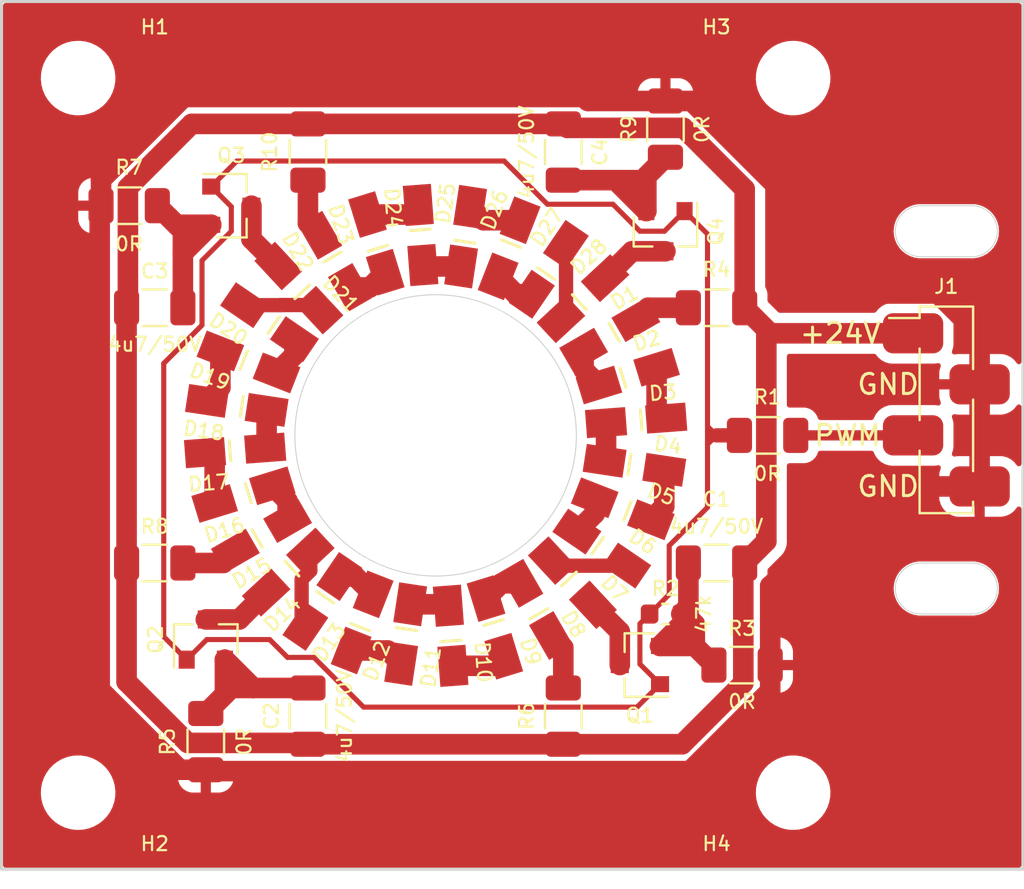
<source format=kicad_pcb>
(kicad_pcb (version 20221018) (generator pcbnew)
  (layers (0 "F.Cu" signal) (31 "B.Cu" signal) (34 "B.Paste" user) (35 "F.Paste" user) (36 "B.SilkS" user "B.Silkscreen") (37 "F.SilkS" user "F.Silkscreen") (38 "B.Mask" user) (39 "F.Mask" user) (44 "Edge.Cuts" user))
  (net 0 "")
  (net 1 "GND")
  (net 2 "+24V")
  (net 3 "Net-(C1-Pad2)")
  (net 4 "Net-(C2-Pad2)")
  (net 5 "Net-(C3-Pad2)")
  (net 6 "Net-(C4-Pad2)")
  (net 7 "Net-(D1-Pad1)")
  (net 8 "Net-(D1-Pad2)")
  (net 9 "Net-(D2-Pad1)")
  (net 10 "Net-(D3-Pad1)")
  (net 11 "Net-(D4-Pad1)")
  (net 12 "Net-(D5-Pad1)")
  (net 13 "Net-(D6-Pad1)")
  (net 14 "Net-(D7-Pad1)")
  (net 15 "Net-(D8-Pad1)")
  (net 16 "Net-(D10-Pad2)")
  (net 17 "Net-(D10-Pad1)")
  (net 18 "Net-(D11-Pad1)")
  (net 19 "Net-(D12-Pad1)")
  (net 20 "Net-(D13-Pad1)")
  (net 21 "Net-(D14-Pad1)")
  (net 22 "Net-(D15-Pad1)")
  (net 23 "Net-(D16-Pad1)")
  (net 24 "Net-(D17-Pad1)")
  (net 25 "Net-(D18-Pad1)")
  (net 26 "Net-(D19-Pad1)")
  (net 27 "Net-(D20-Pad1)")
  (net 28 "Net-(D21-Pad1)")
  (net 29 "Net-(D22-Pad1)")
  (net 30 "Net-(D23-Pad1)")
  (net 31 "Net-(D24-Pad1)")
  (net 32 "Net-(J1-Pad3)")
  (net 33 "Net-(Q1-Pad1)")
  (net 34 "Net-(D8-Pad2)")
  (net 35 "Net-(D15-Pad2)")
  (net 36 "Net-(D22-Pad2)")
  (net 37 "Net-(D25-Pad1)")
  (net 38 "Net-(D26-Pad1)")
  (net 39 "Net-(D27-Pad1)")
  (net 40 "Net-(D28-Pad1)")
  (footprint "Resistor_SMD:R_0603_1608Metric" (layer "F.Cu") (at 189.23 85.09)
    (fp_text reference "R2" (at 0 -1.27) (layer "F.SilkS") (effects (font (size 0.7 0.7) (thickness 0.11))))
    (fp_text value "47k" (at 1.905 0 270) (layer "F.SilkS") (effects (font (size 0.7 0.7) (thickness 0.11))))
    (fp_line (start -0.162779 -0.51) (end 0.162779 -0.51) (stroke (width 0.12)) (layer "F.SilkS"))
    (fp_line (start -0.162779 0.51) (end 0.162779 0.51) (stroke (width 0.12)) (layer "F.SilkS"))
    (pad "1" smd roundrect (at -0.7875 0) (size 0.875 0.95) (layers "F.Cu" "F.Paste" "F.Mask") (net 33 "Net-(Q1-Pad1)"))
    (pad "2" smd roundrect (at 0.7875 0) (size 0.875 0.95) (layers "F.Cu" "F.Paste" "F.Mask") (net 3 "Net-(C1-Pad2)"))
  )
  (footprint "Resistor_SMD:R_1206_3216Metric" (layer "F.Cu") (at 191.77 69.85 180)
    (fp_text reference "R4" (at 0 1.905) (layer "F.SilkS") (effects (font (size 0.7 0.7) (thickness 0.11))))
    (fp_text value "R")
    (fp_line (start -0.602064 -0.91) (end 0.602064 -0.91) (stroke (width 0.12)) (layer "F.SilkS"))
    (fp_line (start -0.602064 0.91) (end 0.602064 0.91) (stroke (width 0.12)) (layer "F.SilkS"))
    (pad "1" smd roundrect (at -1.4 0 180) (size 1.25 1.75) (layers "F.Cu" "F.Paste" "F.Mask") (roundrect_rratio 0.2) (net 2 "+24V"))
    (pad "2" smd roundrect (at 1.4 0 180) (size 1.25 1.75) (layers "F.Cu" "F.Paste" "F.Mask") (roundrect_rratio 0.2) (net 8 "Net-(D1-Pad2)"))
  )
  (footprint "Capacitor_SMD:C_1206_3216Metric" (layer "F.Cu") (at 171.45 90.17 90)
    (fp_text reference "C2" (at 0 -1.82 90) (layer "F.SilkS") (effects (font (size 0.7 0.7) (thickness 0.11))))
    (fp_text value "4u7/50V" (at 0 1.82 90) (layer "F.SilkS") (effects (font (size 0.7 0.7) (thickness 0.11))))
    (fp_line (start -0.602064 -0.91) (end 0.602064 -0.91) (stroke (width 0.12)) (layer "F.SilkS"))
    (fp_line (start -0.602064 0.91) (end 0.602064 0.91) (stroke (width 0.12)) (layer "F.SilkS"))
    (pad "1" smd roundrect (at -1.4 0 90) (size 1.25 1.75) (layers "F.Cu" "F.Paste" "F.Mask") (roundrect_rratio 0.2) (net 2 "+24V"))
    (pad "2" smd roundrect (at 1.4 0 90) (size 1.25 1.75) (layers "F.Cu" "F.Paste" "F.Mask") (roundrect_rratio 0.2) (net 4 "Net-(C2-Pad2)"))
  )
  (footprint "Capacitor_SMD:C_1206_3216Metric" (layer "F.Cu") (at 163.83 69.85)
    (fp_text reference "C3" (at 0 -1.82) (layer "F.SilkS") (effects (font (size 0.7 0.7) (thickness 0.11))))
    (fp_text value "4u7/50V" (at 0 1.82) (layer "F.SilkS") (effects (font (size 0.7 0.7) (thickness 0.11))))
    (fp_line (start -0.602064 -0.91) (end 0.602064 -0.91) (stroke (width 0.12)) (layer "F.SilkS"))
    (fp_line (start -0.602064 0.91) (end 0.602064 0.91) (stroke (width 0.12)) (layer "F.SilkS"))
    (pad "1" smd roundrect (at -1.4 0) (size 1.25 1.75) (layers "F.Cu" "F.Paste" "F.Mask") (roundrect_rratio 0.2) (net 2 "+24V"))
    (pad "2" smd roundrect (at 1.4 0) (size 1.25 1.75) (layers "F.Cu" "F.Paste" "F.Mask") (roundrect_rratio 0.2) (net 5 "Net-(C3-Pad2)"))
  )
  (footprint "Capacitor_SMD:C_1206_3216Metric" (layer "F.Cu") (at 184.15 62.1 -90)
    (fp_text reference "C4" (at 0 -1.82 90) (layer "F.SilkS") (effects (font (size 0.7 0.7) (thickness 0.11))))
    (fp_text value "4u7/50V" (at 0 1.82 90) (layer "F.SilkS") (effects (font (size 0.7 0.7) (thickness 0.11))))
    (fp_line (start -0.602064 -0.91) (end 0.602064 -0.91) (stroke (width 0.12)) (layer "F.SilkS"))
    (fp_line (start -0.602064 0.91) (end 0.602064 0.91) (stroke (width 0.12)) (layer "F.SilkS"))
    (pad "1" smd roundrect (at -1.4 0 270) (size 1.25 1.75) (layers "F.Cu" "F.Paste" "F.Mask") (roundrect_rratio 0.2) (net 2 "+24V"))
    (pad "2" smd roundrect (at 1.4 0 270) (size 1.25 1.75) (layers "F.Cu" "F.Paste" "F.Mask") (roundrect_rratio 0.2) (net 6 "Net-(C4-Pad2)"))
  )
  (footprint "MountingHole:MountingHole_3.2mm_M3" (layer "F.Cu") (at 160.02 93.98)
    (fp_text reference "H2" (at 3.81 2.54) (layer "F.SilkS") (effects (font (size 0.7 0.7) (thickness 0.11))))
    (fp_text value "3mm")
    (pad "" np_thru_hole circle (at 0 0) (size 3.2 3.2) (drill 3.2) (layers "*.Cu" "*.Mask"))
  )
  (footprint "MountingHole:MountingHole_3.2mm_M3" (layer "F.Cu") (at 195.58 58.42)
    (fp_text reference "H3" (at -3.81 -2.54) (layer "F.SilkS") (effects (font (size 0.7 0.7) (thickness 0.11))))
    (fp_text value "3mm")
    (pad "" np_thru_hole circle (at 0 0) (size 3.2 3.2) (drill 3.2) (layers "*.Cu" "*.Mask"))
  )
  (footprint "MountingHole:MountingHole_3.2mm_M3" (layer "F.Cu") (at 195.58 93.98)
    (fp_text reference "H4" (at -3.81 2.54) (layer "F.SilkS") (effects (font (size 0.7 0.7) (thickness 0.11))))
    (fp_text value "3mm")
    (pad "" np_thru_hole circle (at 0 0) (size 3.2 3.2) (drill 3.2) (layers "*.Cu" "*.Mask"))
  )
  (footprint "Package_TO_SOT_SMD:SOT-23" (layer "F.Cu") (at 166.37 86.36 90)
    (fp_text reference "Q2" (at 0 -2.5 90) (layer "F.SilkS") (effects (font (size 0.7 0.7) (thickness 0.11))))
    (fp_text value "IRLML6344")
    (fp_line (start 0.76 -1.58) (end -1.4 -1.58) (stroke (width 0.12)) (layer "F.SilkS"))
    (fp_line (start 0.76 -1.58) (end 0.76 -0.65) (stroke (width 0.12)) (layer "F.SilkS"))
    (fp_line (start 0.76 1.58) (end -0.7 1.58) (stroke (width 0.12)) (layer "F.SilkS"))
    (fp_line (start 0.76 1.58) (end 0.76 0.65) (stroke (width 0.12)) (layer "F.SilkS"))
    (pad "1" smd rect (at -1 -0.95 90) (size 0.9 0.8) (layers "F.Cu" "F.Paste" "F.Mask") (net 33 "Net-(Q1-Pad1)"))
    (pad "2" smd rect (at -1 0.95 90) (size 0.9 0.8) (layers "F.Cu" "F.Paste" "F.Mask") (net 4 "Net-(C2-Pad2)"))
    (pad "3" smd rect (at 1 0 90) (size 0.9 0.8) (layers "F.Cu" "F.Paste" "F.Mask") (net 21 "Net-(D14-Pad1)"))
  )
  (footprint "Package_TO_SOT_SMD:SOT-23" (layer "F.Cu") (at 167.64 64.77)
    (fp_text reference "Q3" (at 0 -2.5) (layer "F.SilkS") (effects (font (size 0.7 0.7) (thickness 0.11))))
    (fp_text value "IRLML6344")
    (fp_line (start 0.76 -1.58) (end -1.4 -1.58) (stroke (width 0.12)) (layer "F.SilkS"))
    (fp_line (start 0.76 -1.58) (end 0.76 -0.65) (stroke (width 0.12)) (layer "F.SilkS"))
    (fp_line (start 0.76 1.58) (end -0.7 1.58) (stroke (width 0.12)) (layer "F.SilkS"))
    (fp_line (start 0.76 1.58) (end 0.76 0.65) (stroke (width 0.12)) (layer "F.SilkS"))
    (pad "1" smd rect (at -1 -0.95) (size 0.9 0.8) (layers "F.Cu" "F.Paste" "F.Mask") (net 33 "Net-(Q1-Pad1)"))
    (pad "2" smd rect (at -1 0.95) (size 0.9 0.8) (layers "F.Cu" "F.Paste" "F.Mask") (net 5 "Net-(C3-Pad2)"))
    (pad "3" smd rect (at 1 0) (size 0.9 0.8) (layers "F.Cu" "F.Paste" "F.Mask") (net 28 "Net-(D21-Pad1)"))
  )
  (footprint "Resistor_SMD:R_1206_3216Metric" (layer "F.Cu") (at 193.04 87.63)
    (fp_text reference "R3" (at 0 -1.82) (layer "F.SilkS") (effects (font (size 0.7 0.7) (thickness 0.11))))
    (fp_text value "0R" (at 0 1.82) (layer "F.SilkS") (effects (font (size 0.7 0.7) (thickness 0.11))))
    (fp_line (start -0.602064 -0.91) (end 0.602064 -0.91) (stroke (width 0.12)) (layer "F.SilkS"))
    (fp_line (start -0.602064 0.91) (end 0.602064 0.91) (stroke (width 0.12)) (layer "F.SilkS"))
    (pad "1" smd roundrect (at -1.4 0) (size 1.25 1.75) (layers "F.Cu" "F.Paste" "F.Mask") (roundrect_rratio 0.2) (net 3 "Net-(C1-Pad2)"))
    (pad "2" smd roundrect (at 1.4 0) (size 1.25 1.75) (layers "F.Cu" "F.Paste" "F.Mask") (roundrect_rratio 0.2) (net 1 "GND"))
  )
  (footprint "Resistor_SMD:R_1206_3216Metric" (layer "F.Cu") (at 166.37 91.44 -90)
    (fp_text reference "R5" (at 0 1.905 90) (layer "F.SilkS") (effects (font (size 0.7 0.7) (thickness 0.11))))
    (fp_text value "0R" (at 0 -1.905 90) (layer "F.SilkS") (effects (font (size 0.7 0.7) (thickness 0.11))))
    (fp_line (start -0.602064 -0.91) (end 0.602064 -0.91) (stroke (width 0.12)) (layer "F.SilkS"))
    (fp_line (start -0.602064 0.91) (end 0.602064 0.91) (stroke (width 0.12)) (layer "F.SilkS"))
    (pad "1" smd roundrect (at -1.4 0 270) (size 1.25 1.75) (layers "F.Cu" "F.Paste" "F.Mask") (roundrect_rratio 0.2) (net 4 "Net-(C2-Pad2)"))
    (pad "2" smd roundrect (at 1.4 0 270) (size 1.25 1.75) (layers "F.Cu" "F.Paste" "F.Mask") (roundrect_rratio 0.2) (net 1 "GND"))
  )
  (footprint "Resistor_SMD:R_1206_3216Metric" (layer "F.Cu") (at 162.56 64.77 180)
    (fp_text reference "R7" (at 0 1.905) (layer "F.SilkS") (effects (font (size 0.7 0.7) (thickness 0.11))))
    (fp_text value "0R" (at 0 -1.905) (layer "F.SilkS") (effects (font (size 0.7 0.7) (thickness 0.11))))
    (fp_line (start -0.602064 -0.91) (end 0.602064 -0.91) (stroke (width 0.12)) (layer "F.SilkS"))
    (fp_line (start -0.602064 0.91) (end 0.602064 0.91) (stroke (width 0.12)) (layer "F.SilkS"))
    (pad "1" smd roundrect (at -1.4 0 180) (size 1.25 1.75) (layers "F.Cu" "F.Paste" "F.Mask") (roundrect_rratio 0.2) (net 5 "Net-(C3-Pad2)"))
    (pad "2" smd roundrect (at 1.4 0 180) (size 1.25 1.75) (layers "F.Cu" "F.Paste" "F.Mask") (roundrect_rratio 0.2) (net 1 "GND"))
  )
  (footprint "Resistor_SMD:R_1206_3216Metric" (layer "F.Cu") (at 189.23 60.96 90)
    (fp_text reference "R9" (at 0 -1.82 90) (layer "F.SilkS") (effects (font (size 0.7 0.7) (thickness 0.11))))
    (fp_text value "0R" (at 0 1.82 90) (layer "F.SilkS") (effects (font (size 0.7 0.7) (thickness 0.11))))
    (fp_line (start -0.602064 -0.91) (end 0.602064 -0.91) (stroke (width 0.12)) (layer "F.SilkS"))
    (fp_line (start -0.602064 0.91) (end 0.602064 0.91) (stroke (width 0.12)) (layer "F.SilkS"))
    (pad "1" smd roundrect (at -1.4 0 90) (size 1.25 1.75) (layers "F.Cu" "F.Paste" "F.Mask") (roundrect_rratio 0.2) (net 6 "Net-(C4-Pad2)"))
    (pad "2" smd roundrect (at 1.4 0 90) (size 1.25 1.75) (layers "F.Cu" "F.Paste" "F.Mask") (roundrect_rratio 0.2) (net 1 "GND"))
  )
  (footprint "Connector_PinHeader_2.54mm:PinHeader_1x04_P2.54mm_Vertical_SMD_Pin1Left" (layer "F.Cu") (at 203.2 74.93)
    (fp_text reference "J1" (at 0 -6.14) (layer "F.SilkS") (effects (font (size 0.7 0.7) (thickness 0.11))))
    (fp_text value "Conn_01x04")
    (fp_line (start -1.33 -5.14) (end -1.33 -4.57) (stroke (width 0.12)) (layer "F.SilkS"))
    (fp_line (start -1.33 -5.14) (end 1.33 -5.14) (stroke (width 0.12)) (layer "F.SilkS"))
    (fp_line (start -1.33 -4.57) (end -2.85 -4.57) (stroke (width 0.12)) (layer "F.SilkS"))
    (fp_line (start -1.33 -3.05) (end -1.33 0.51) (stroke (width 0.12)) (layer "F.SilkS"))
    (fp_line (start -1.33 2.03) (end -1.33 5.14) (stroke (width 0.12)) (layer "F.SilkS"))
    (fp_line (start -1.33 5.14) (end 1.33 5.14) (stroke (width 0.12)) (layer "F.SilkS"))
    (fp_line (start 1.33 -5.14) (end 1.33 -2.03) (stroke (width 0.12)) (layer "F.SilkS"))
    (fp_line (start 1.33 -0.51) (end 1.33 3.05) (stroke (width 0.12)) (layer "F.SilkS"))
    (fp_line (start 1.33 4.57) (end 1.33 5.14) (stroke (width 0.12)) (layer "F.SilkS"))
    (pad "1" smd roundrect (at -1.655 -3.81) (size 3 2) (layers "F.Cu" "F.Paste" "F.Mask") (net 2 "+24V"))
    (pad "2" smd roundrect (at 1.655 -1.27) (size 3 2) (layers "F.Cu" "F.Paste" "F.Mask") (net 1 "GND"))
    (pad "3" smd roundrect (at -1.655 1.27) (size 3 2) (layers "F.Cu" "F.Paste" "F.Mask") (net 32 "Net-(J1-Pad3)"))
    (pad "4" smd roundrect (at 1.655 3.81) (size 3 2) (layers "F.Cu" "F.Paste" "F.Mask") (net 1 "GND"))
  )
  (footprint "jakub:LED_Cree_PLCC2" (layer "F.Cu") (at 186.4603 71.2 30)
    (fp_text reference "D1" (at 1.567867 -1.240225 30) (layer "F.SilkS") (effects (font (size 0.7 0.7) (thickness 0.11))))
    (fp_text value "LED")
    (fp_line (start 0.254 -0.508) (end 0.254 0.508) (stroke (width 0.15)) (layer "F.SilkS"))
    (pad "1" smd rect (at -1.5 0 30) (size 2 1.4) (layers "F.Cu" "F.Paste" "F.Mask") (net 7 "Net-(D1-Pad1)"))
    (pad "2" smd rect (at 1.5 0 30) (size 2 1.4) (layers "F.Cu" "F.Paste" "F.Mask") (net 8 "Net-(D1-Pad2)"))
  )
  (footprint "jakub:LED_Cree_PLCC2" (layer "F.Cu") (at 187.3557 73.2524 -162.9)
    (fp_text reference "D2" (at -1.422035 1.409788 197.1) (layer "F.SilkS") (effects (font (size 0.7 0.7) (thickness 0.11))))
    (fp_text value "LED")
    (fp_line (start 0.254 -0.508) (end 0.254 0.508) (stroke (width 0.15)) (layer "F.SilkS"))
    (pad "1" smd rect (at -1.5 0 197.1) (size 2 1.4) (layers "F.Cu" "F.Paste" "F.Mask") (net 9 "Net-(D2-Pad1)"))
    (pad "2" smd rect (at 1.5 0 197.1) (size 2 1.4) (layers "F.Cu" "F.Paste" "F.Mask") (net 7 "Net-(D1-Pad1)"))
  )
  (footprint "jakub:LED_Cree_PLCC2" (layer "F.Cu") (at 187.772 75.4527 4.3)
    (fp_text reference "D3" (at 1.43 -1.27 4.3) (layer "F.SilkS") (effects (font (size 0.7 0.7) (thickness 0.11))))
    (fp_text value "LED")
    (fp_line (start 0.254 -0.508) (end 0.254 0.508) (stroke (width 0.15)) (layer "F.SilkS"))
    (pad "1" smd rect (at -1.5 0 4.3) (size 2 1.4) (layers "F.Cu" "F.Paste" "F.Mask") (net 10 "Net-(D3-Pad1)"))
    (pad "2" smd rect (at 1.5 0 4.3) (size 2 1.4) (layers "F.Cu" "F.Paste" "F.Mask") (net 9 "Net-(D2-Pad1)"))
  )
  (footprint "jakub:LED_Cree_PLCC2" (layer "F.Cu") (at 187.6883 77.6904 171.4)
    (fp_text reference "D4" (at -1.50067 1.240884 171.4) (layer "F.SilkS") (effects (font (size 0.7 0.7) (thickness 0.11))))
    (fp_text value "LED")
    (fp_line (start 0.254 -0.508) (end 0.254 0.508) (stroke (width 0.15)) (layer "F.SilkS"))
    (pad "1" smd rect (at -1.5 0 171.4) (size 2 1.4) (layers "F.Cu" "F.Paste" "F.Mask") (net 11 "Net-(D4-Pad1)"))
    (pad "2" smd rect (at 1.5 0 171.4) (size 2 1.4) (layers "F.Cu" "F.Paste" "F.Mask") (net 10 "Net-(D3-Pad1)"))
  )
  (footprint "jakub:LED_Cree_PLCC2" (layer "F.Cu") (at 187.1087 79.8534 -21.4)
    (fp_text reference "D5" (at 1.524719 -1.374509 158.6) (layer "F.SilkS") (effects (font (size 0.7 0.7) (thickness 0.11))))
    (fp_text value "LED")
    (fp_line (start 0.254 -0.508) (end 0.254 0.508) (stroke (width 0.15)) (layer "F.SilkS"))
    (pad "1" smd rect (at -1.5 0 338.6) (size 2 1.4) (layers "F.Cu" "F.Paste" "F.Mask") (net 12 "Net-(D5-Pad1)"))
    (pad "2" smd rect (at 1.5 0 338.6) (size 2 1.4) (layers "F.Cu" "F.Paste" "F.Mask") (net 11 "Net-(D4-Pad1)"))
  )
  (footprint "jakub:LED_Cree_PLCC2" (layer "F.Cu") (at 186.0624 81.8332 145.7)
    (fp_text reference "D6" (at -1.494753 1.43677 145.7) (layer "F.SilkS") (effects (font (size 0.7 0.7) (thickness 0.11))))
    (fp_text value "LED")
    (fp_line (start 0.254 -0.508) (end 0.254 0.508) (stroke (width 0.15)) (layer "F.SilkS"))
    (pad "1" smd rect (at -1.5 0 145.7) (size 2 1.4) (layers "F.Cu" "F.Paste" "F.Mask") (net 13 "Net-(D6-Pad1)"))
    (pad "2" smd rect (at 1.5 0 145.7) (size 2 1.4) (layers "F.Cu" "F.Paste" "F.Mask") (net 12 "Net-(D5-Pad1)"))
  )
  (footprint "jakub:LED_Cree_PLCC2" (layer "F.Cu") (at 182.8 84.8603 -60)
    (fp_text reference "D8" (at 1.567867 -1.240225 120) (layer "F.SilkS") (effects (font (size 0.7 0.7) (thickness 0.11))))
    (fp_text value "LED")
    (fp_line (start 0.254 -0.508) (end 0.254 0.508) (stroke (width 0.15)) (layer "F.SilkS"))
    (pad "1" smd rect (at -1.5 0 300) (size 2 1.4) (layers "F.Cu" "F.Paste" "F.Mask") (net 15 "Net-(D8-Pad1)"))
    (pad "2" smd rect (at 1.5 0 300) (size 2 1.4) (layers "F.Cu" "F.Paste" "F.Mask") (net 34 "Net-(D8-Pad2)"))
  )
  (footprint "jakub:LED_Cree_PLCC2" (layer "F.Cu") (at 180.7476 85.7557 107.1)
    (fp_text reference "D9" (at -1.66738 1.344048 107.1) (layer "F.SilkS") (effects (font (size 0.7 0.7) (thickness 0.11))))
    (fp_text value "LED")
    (fp_line (start 0.254 -0.508) (end 0.254 0.508) (stroke (width 0.15)) (layer "F.SilkS"))
    (pad "1" smd rect (at -1.5 0 107.1) (size 2 1.4) (layers "F.Cu" "F.Paste" "F.Mask") (net 16 "Net-(D10-Pad2)"))
    (pad "2" smd rect (at 1.5 0 107.1) (size 2 1.4) (layers "F.Cu" "F.Paste" "F.Mask") (net 15 "Net-(D8-Pad1)"))
  )
  (footprint "jakub:LED_Cree_PLCC2" (layer "F.Cu") (at 178.5473 86.172 -85.7)
    (fp_text reference "D10" (at 1.43 -1.524 274.3) (layer "F.SilkS") (effects (font (size 0.7 0.7) (thickness 0.11))))
    (fp_text value "LED")
    (fp_line (start 0.254 -0.508) (end 0.254 0.508) (stroke (width 0.15)) (layer "F.SilkS"))
    (pad "1" smd rect (at -1.5 0 274.3) (size 2 1.4) (layers "F.Cu" "F.Paste" "F.Mask") (net 17 "Net-(D10-Pad1)"))
    (pad "2" smd rect (at 1.5 0 274.3) (size 2 1.4) (layers "F.Cu" "F.Paste" "F.Mask") (net 16 "Net-(D10-Pad2)"))
  )
  (footprint "jakub:LED_Cree_PLCC2" (layer "F.Cu") (at 176.3096 86.0883 81.4)
    (fp_text reference "D11" (at -1.43493 1.486229 81.4) (layer "F.SilkS") (effects (font (size 0.7 0.7) (thickness 0.11))))
    (fp_text value "LED")
    (fp_line (start 0.254 -0.508) (end 0.254 0.508) (stroke (width 0.15)) (layer "F.SilkS"))
    (pad "1" smd rect (at -1.5 0 81.4) (size 2 1.4) (layers "F.Cu" "F.Paste" "F.Mask") (net 18 "Net-(D11-Pad1)"))
    (pad "2" smd rect (at 1.5 0 81.4) (size 2 1.4) (layers "F.Cu" "F.Paste" "F.Mask") (net 17 "Net-(D10-Pad1)"))
  )
  (footprint "jakub:LED_Cree_PLCC2" (layer "F.Cu") (at 174.1466 85.5087 -111.4)
    (fp_text reference "D12" (at 1.524719 -1.374509 68.6) (layer "F.SilkS") (effects (font (size 0.7 0.7) (thickness 0.11))))
    (fp_text value "LED")
    (fp_line (start 0.254 -0.508) (end 0.254 0.508) (stroke (width 0.15)) (layer "F.SilkS"))
    (pad "1" smd rect (at -1.5 0 248.6) (size 2 1.4) (layers "F.Cu" "F.Paste" "F.Mask") (net 19 "Net-(D12-Pad1)"))
    (pad "2" smd rect (at 1.5 0 248.6) (size 2 1.4) (layers "F.Cu" "F.Paste" "F.Mask") (net 18 "Net-(D11-Pad1)"))
  )
  (footprint "jakub:LED_Cree_PLCC2" (layer "F.Cu") (at 172.1668 84.4624 55.7)
    (fp_text reference "D13" (at -1.494682 1.436841 55.7) (layer "F.SilkS") (effects (font (size 0.7 0.7) (thickness 0.11))))
    (fp_text value "LED")
    (fp_line (start 0.254 -0.508) (end 0.254 0.508) (stroke (width 0.15)) (layer "F.SilkS"))
    (pad "1" smd rect (at -1.5 0 55.7) (size 2 1.4) (layers "F.Cu" "F.Paste" "F.Mask") (net 20 "Net-(D13-Pad1)"))
    (pad "2" smd rect (at 1.5 0 55.7) (size 2 1.4) (layers "F.Cu" "F.Paste" "F.Mask") (net 19 "Net-(D12-Pad1)"))
  )
  (footprint "jakub:LED_Cree_PLCC2" (layer "F.Cu") (at 169.1397 81.2 -150)
    (fp_text reference "D15" (at 1.347896 -1.367225 30) (layer "F.SilkS") (effects (font (size 0.7 0.7) (thickness 0.11))))
    (fp_text value "LED")
    (fp_line (start 0.254 -0.508) (end 0.254 0.508) (stroke (width 0.15)) (layer "F.SilkS"))
    (pad "1" smd rect (at -1.5 0 210) (size 2 1.4) (layers "F.Cu" "F.Paste" "F.Mask") (net 22 "Net-(D15-Pad1)"))
    (pad "2" smd rect (at 1.5 0 210) (size 2 1.4) (layers "F.Cu" "F.Paste" "F.Mask") (net 35 "Net-(D15-Pad2)"))
  )
  (footprint "jakub:LED_Cree_PLCC2" (layer "F.Cu") (at 168.2443 79.1476 17.1)
    (fp_text reference "D16" (at -1.422035 1.409788 17.1) (layer "F.SilkS") (effects (font (size 0.7 0.7) (thickness 0.11))))
    (fp_text value "LED")
    (fp_line (start 0.254 -0.508) (end 0.254 0.508) (stroke (width 0.15)) (layer "F.SilkS"))
    (pad "1" smd rect (at -1.5 0 17.1) (size 2 1.4) (layers "F.Cu" "F.Paste" "F.Mask") (net 23 "Net-(D16-Pad1)"))
    (pad "2" smd rect (at 1.5 0 17.1) (size 2 1.4) (layers "F.Cu" "F.Paste" "F.Mask") (net 22 "Net-(D15-Pad1)"))
  )
  (footprint "jakub:LED_Cree_PLCC2" (layer "F.Cu") (at 167.828 76.9473 -175.7)
    (fp_text reference "D17" (at 1.43 -1.524 4.3) (layer "F.SilkS") (effects (font (size 0.7 0.7) (thickness 0.11))))
    (fp_text value "LED")
    (fp_line (start 0.254 -0.508) (end 0.254 0.508) (stroke (width 0.15)) (layer "F.SilkS"))
    (pad "1" smd rect (at -1.5 0 184.3) (size 2 1.4) (layers "F.Cu" "F.Paste" "F.Mask") (net 24 "Net-(D17-Pad1)"))
    (pad "2" smd rect (at 1.5 0 184.3) (size 2 1.4) (layers "F.Cu" "F.Paste" "F.Mask") (net 23 "Net-(D16-Pad1)"))
  )
  (footprint "jakub:LED_Cree_PLCC2" (layer "F.Cu") (at 167.9117 74.7096 -8.6)
    (fp_text reference "D18" (at -1.43493 1.486229 171.4) (layer "F.SilkS") (effects (font (size 0.7 0.7) (thickness 0.11))))
    (fp_text value "LED")
    (fp_line (start 0.254 -0.508) (end 0.254 0.508) (stroke (width 0.15)) (layer "F.SilkS"))
    (pad "1" smd rect (at -1.5 0 351.4) (size 2 1.4) (layers "F.Cu" "F.Paste" "F.Mask") (net 25 "Net-(D18-Pad1)"))
    (pad "2" smd rect (at 1.5 0 351.4) (size 2 1.4) (layers "F.Cu" "F.Paste" "F.Mask") (net 24 "Net-(D17-Pad1)"))
  )
  (footprint "jakub:LED_Cree_PLCC2" (layer "F.Cu") (at 168.4913 72.5466 158.6)
    (fp_text reference "D19" (at 1.524719 -1.374509 158.6) (layer "F.SilkS") (effects (font (size 0.7 0.7) (thickness 0.11))))
    (fp_text value "LED")
    (fp_line (start 0.254 -0.508) (end 0.254 0.508) (stroke (width 0.15)) (layer "F.SilkS"))
    (pad "1" smd rect (at -1.5 0 158.6) (size 2 1.4) (layers "F.Cu" "F.Paste" "F.Mask") (net 26 "Net-(D19-Pad1)"))
    (pad "2" smd rect (at 1.5 0 158.6) (size 2 1.4) (layers "F.Cu" "F.Paste" "F.Mask") (net 25 "Net-(D18-Pad1)"))
  )
  (footprint "jakub:LED_Cree_PLCC2" (layer "F.Cu") (at 169.5376 70.5668 -34.3)
    (fp_text reference "D20" (at -1.494682 1.436841 145.7) (layer "F.SilkS") (effects (font (size 0.7 0.7) (thickness 0.11))))
    (fp_text value "LED")
    (fp_line (start 0.254 -0.508) (end 0.254 0.508) (stroke (width 0.15)) (layer "F.SilkS"))
    (pad "1" smd rect (at -1.5 0 325.7) (size 2 1.4) (layers "F.Cu" "F.Paste" "F.Mask") (net 27 "Net-(D20-Pad1)"))
    (pad "2" smd rect (at 1.5 0 325.7) (size 2 1.4) (layers "F.Cu" "F.Paste" "F.Mask") (net 26 "Net-(D19-Pad1)"))
  )
  (footprint "jakub:LED_Cree_PLCC2" (layer "F.Cu") (at 172.8 67.5397 120)
    (fp_text reference "D22" (at 1.347896 -1.367225 120) (layer "F.SilkS") (effects (font (size 0.7 0.7) (thickness 0.11))))
    (fp_text value "LED")
    (fp_line (start 0.254 -0.508) (end 0.254 0.508) (stroke (width 0.15)) (layer "F.SilkS"))
    (pad "1" smd rect (at -1.5 0 120) (size 2 1.4) (layers "F.Cu" "F.Paste" "F.Mask") (net 29 "Net-(D22-Pad1)"))
    (pad "2" smd rect (at 1.5 0 120) (size 2 1.4) (layers "F.Cu" "F.Paste" "F.Mask") (net 36 "Net-(D22-Pad2)"))
  )
  (footprint "jakub:LED_Cree_PLCC2" (layer "F.Cu") (at 174.8524 66.6443 -72.9)
    (fp_text reference "D23" (at -1.422035 1.409788 107.1) (layer "F.SilkS") (effects (font (size 0.7 0.7) (thickness 0.11))))
    (fp_text value "LED")
    (fp_line (start 0.254 -0.508) (end 0.254 0.508) (stroke (width 0.15)) (layer "F.SilkS"))
    (pad "1" smd rect (at -1.5 0 287.1) (size 2 1.4) (layers "F.Cu" "F.Paste" "F.Mask") (net 30 "Net-(D23-Pad1)"))
    (pad "2" smd rect (at 1.5 0 287.1) (size 2 1.4) (layers "F.Cu" "F.Paste" "F.Mask") (net 29 "Net-(D22-Pad1)"))
  )
  (footprint "jakub:LED_Cree_PLCC2" (layer "F.Cu") (at 177.0527 66.228 94.3)
    (fp_text reference "D24" (at 1.43 -1.27 94.3) (layer "F.SilkS") (effects (font (size 0.7 0.7) (thickness 0.11))))
    (fp_text value "LED")
    (fp_line (start 0.254 -0.508) (end 0.254 0.508) (stroke (width 0.15)) (layer "F.SilkS"))
    (pad "1" smd rect (at -1.5 0 94.3) (size 2 1.4) (layers "F.Cu" "F.Paste" "F.Mask") (net 31 "Net-(D24-Pad1)"))
    (pad "2" smd rect (at 1.5 0 94.3) (size 2 1.4) (layers "F.Cu" "F.Paste" "F.Mask") (net 30 "Net-(D23-Pad1)"))
  )
  (footprint "jakub:LED_Cree_PLCC2" (layer "F.Cu") (at 179.2904 66.3117 -98.6)
    (fp_text reference "D25" (at -1.50067 1.240884 81.4) (layer "F.SilkS") (effects (font (size 0.7 0.7) (thickness 0.11))))
    (fp_text value "LED")
    (fp_line (start 0.254 -0.508) (end 0.254 0.508) (stroke (width 0.15)) (layer "F.SilkS"))
    (pad "1" smd rect (at -1.5 0 261.4) (size 2 1.4) (layers "F.Cu" "F.Paste" "F.Mask") (net 37 "Net-(D25-Pad1)"))
    (pad "2" smd rect (at 1.5 0 261.4) (size 2 1.4) (layers "F.Cu" "F.Paste" "F.Mask") (net 31 "Net-(D24-Pad1)"))
  )
  (footprint "jakub:LED_Cree_PLCC2" (layer "F.Cu") (at 183.4332 67.9376 -124.3)
    (fp_text reference "D27" (at -1.674287 1.257236 55.7) (layer "F.SilkS") (effects (font (size 0.7 0.7) (thickness 0.11))))
    (fp_text value "LED")
    (fp_line (start 0.254 -0.508) (end 0.254 0.508) (stroke (width 0.15)) (layer "F.SilkS"))
    (pad "1" smd rect (at -1.5 0 235.7) (size 2 1.4) (layers "F.Cu" "F.Paste" "F.Mask") (net 39 "Net-(D27-Pad1)"))
    (pad "2" smd rect (at 1.5 0 235.7) (size 2 1.4) (layers "F.Cu" "F.Paste" "F.Mask") (net 38 "Net-(D26-Pad1)"))
  )
  (footprint "Resistor_SMD:R_1206_3216Metric" (layer "F.Cu") (at 171.45 62.1 -90)
    (fp_text reference "R10" (at 0 1.905 90) (layer "F.SilkS") (effects (font (size 0.7 0.7) (thickness 0.11))))
    (fp_text value "R")
    (fp_line (start -0.602064 -0.91) (end 0.602064 -0.91) (stroke (width 0.12)) (layer "F.SilkS"))
    (fp_line (start -0.602064 0.91) (end 0.602064 0.91) (stroke (width 0.12)) (layer "F.SilkS"))
    (pad "1" smd roundrect (at -1.4 0 270) (size 1.25 1.75) (layers "F.Cu" "F.Paste" "F.Mask") (roundrect_rratio 0.2) (net 2 "+24V"))
    (pad "2" smd roundrect (at 1.4 0 270) (size 1.25 1.75) (layers "F.Cu" "F.Paste" "F.Mask") (roundrect_rratio 0.2) (net 36 "Net-(D22-Pad2)"))
  )
  (footprint "Resistor_SMD:R_1206_3216Metric" (layer "F.Cu") (at 163.83 82.55)
    (fp_text reference "R8" (at 0 -1.82) (layer "F.SilkS") (effects (font (size 0.7 0.7) (thickness 0.11))))
    (fp_text value "R")
    (fp_line (start -0.602064 -0.91) (end 0.602064 -0.91) (stroke (width 0.12)) (layer "F.SilkS"))
    (fp_line (start -0.602064 0.91) (end 0.602064 0.91) (stroke (width 0.12)) (layer "F.SilkS"))
    (pad "1" smd roundrect (at -1.4 0) (size 1.25 1.75) (layers "F.Cu" "F.Paste" "F.Mask") (roundrect_rratio 0.2) (net 2 "+24V"))
    (pad "2" smd roundrect (at 1.4 0) (size 1.25 1.75) (layers "F.Cu" "F.Paste" "F.Mask") (roundrect_rratio 0.2) (net 35 "Net-(D15-Pad2)"))
  )
  (footprint "jakub:LED_Cree_PLCC2" (layer "F.Cu") (at 181.4534 66.8913 68.6)
    (fp_text reference "D26" (at 1.524719 -1.374509 68.6) (layer "F.SilkS") (effects (font (size 0.7 0.7) (thickness 0.11))))
    (fp_text value "LED")
    (fp_line (start 0.254 -0.508) (end 0.254 0.508) (stroke (width 0.15)) (layer "F.SilkS"))
    (pad "1" smd rect (at -1.5 0 68.6) (size 2 1.4) (layers "F.Cu" "F.Paste" "F.Mask") (net 38 "Net-(D26-Pad1)"))
    (pad "2" smd rect (at 1.5 0 68.6) (size 2 1.4) (layers "F.Cu" "F.Paste" "F.Mask") (net 37 "Net-(D25-Pad1)"))
  )
  (footprint "Package_TO_SOT_SMD:SOT-23" (layer "F.Cu") (at 187.96 87.63 180)
    (fp_text reference "Q1" (at 0 -2.5) (layer "F.SilkS") (effects (font (size 0.7 0.7) (thickness 0.11))))
    (fp_text value "IRLML6344")
    (fp_line (start 0.76 -1.58) (end -1.4 -1.58) (stroke (width 0.12)) (layer "F.SilkS"))
    (fp_line (start 0.76 -1.58) (end 0.76 -0.65) (stroke (width 0.12)) (layer "F.SilkS"))
    (fp_line (start 0.76 1.58) (end -0.7 1.58) (stroke (width 0.12)) (layer "F.SilkS"))
    (fp_line (start 0.76 1.58) (end 0.76 0.65) (stroke (width 0.12)) (layer "F.SilkS"))
    (pad "1" smd rect (at -1 -0.95 180) (size 0.9 0.8) (layers "F.Cu" "F.Paste" "F.Mask") (net 33 "Net-(Q1-Pad1)"))
    (pad "2" smd rect (at -1 0.95 180) (size 0.9 0.8) (layers "F.Cu" "F.Paste" "F.Mask") (net 3 "Net-(C1-Pad2)"))
    (pad "3" smd rect (at 1 0 180) (size 0.9 0.8) (layers "F.Cu" "F.Paste" "F.Mask") (net 14 "Net-(D7-Pad1)"))
  )
  (footprint "Capacitor_SMD:C_1206_3216Metric" (layer "F.Cu") (at 191.77 82.55 180)
    (fp_text reference "C1" (at 0 3.175) (layer "F.SilkS") (effects (font (size 0.7 0.7) (thickness 0.11))))
    (fp_text value "4u7/50V" (at 0 1.82) (layer "F.SilkS") (effects (font (size 0.7 0.7) (thickness 0.11))))
    (fp_line (start -0.602064 -0.91) (end 0.602064 -0.91) (stroke (width 0.12)) (layer "F.SilkS"))
    (fp_line (start -0.602064 0.91) (end 0.602064 0.91) (stroke (width 0.12)) (layer "F.SilkS"))
    (pad "1" smd roundrect (at -1.4 0 180) (size 1.25 1.75) (layers "F.Cu" "F.Paste" "F.Mask") (roundrect_rratio 0.2) (net 2 "+24V"))
    (pad "2" smd roundrect (at 1.4 0 180) (size 1.25 1.75) (layers "F.Cu" "F.Paste" "F.Mask") (roundrect_rratio 0.2) (net 3 "Net-(C1-Pad2)"))
  )
  (footprint "Package_TO_SOT_SMD:SOT-23" (layer "F.Cu") (at 189.23 66.04 -90)
    (fp_text reference "Q4" (at 0 -2.5 90) (layer "F.SilkS") (effects (font (size 0.7 0.7) (thickness 0.11))))
    (fp_text value "IRLML6344")
    (fp_line (start 0.76 -1.58) (end -1.4 -1.58) (stroke (width 0.12)) (layer "F.SilkS"))
    (fp_line (start 0.76 -1.58) (end 0.76 -0.65) (stroke (width 0.12)) (layer "F.SilkS"))
    (fp_line (start 0.76 1.58) (end -0.7 1.58) (stroke (width 0.12)) (layer "F.SilkS"))
    (fp_line (start 0.76 1.58) (end 0.76 0.65) (stroke (width 0.12)) (layer "F.SilkS"))
    (pad "1" smd rect (at -1 -0.95 270) (size 0.9 0.8) (layers "F.Cu" "F.Paste" "F.Mask") (net 33 "Net-(Q1-Pad1)"))
    (pad "2" smd rect (at -1 0.95 270) (size 0.9 0.8) (layers "F.Cu" "F.Paste" "F.Mask") (net 6 "Net-(C4-Pad2)"))
    (pad "3" smd rect (at 1 0 270) (size 0.9 0.8) (layers "F.Cu" "F.Paste" "F.Mask") (net 40 "Net-(D28-Pad1)"))
  )
  (footprint "Resistor_SMD:R_1206_3216Metric" (layer "F.Cu") (at 184.15 90.17 90)
    (fp_text reference "R6" (at 0 -1.82 90) (layer "F.SilkS") (effects (font (size 0.7 0.7) (thickness 0.11))))
    (fp_text value "R")
    (fp_line (start -0.602064 -0.91) (end 0.602064 -0.91) (stroke (width 0.12)) (layer "F.SilkS"))
    (fp_line (start -0.602064 0.91) (end 0.602064 0.91) (stroke (width 0.12)) (layer "F.SilkS"))
    (pad "1" smd roundrect (at -1.4 0 90) (size 1.25 1.75) (layers "F.Cu" "F.Paste" "F.Mask") (roundrect_rratio 0.2) (net 2 "+24V"))
    (pad "2" smd roundrect (at 1.4 0 90) (size 1.25 1.75) (layers "F.Cu" "F.Paste" "F.Mask") (roundrect_rratio 0.2) (net 34 "Net-(D8-Pad2)"))
  )
  (footprint "MountingHole:MountingHole_3.2mm_M3" (layer "F.Cu") (at 160.02 58.42)
    (fp_text reference "H1" (at 3.81 -2.54) (layer "F.SilkS") (effects (font (size 0.7 0.7) (thickness 0.11))))
    (fp_text value "3mm")
    (pad "" np_thru_hole circle (at 0 0) (size 3.2 3.2) (drill 3.2) (layers "*.Cu" "*.Mask"))
  )
  (footprint "Resistor_SMD:R_1206_3216Metric" (layer "F.Cu") (at 194.31 76.2 180)
    (fp_text reference "R1" (at 0 1.905) (layer "F.SilkS") (effects (font (size 0.7 0.7) (thickness 0.11))))
    (fp_text value "0R" (at 0 -1.905) (layer "F.SilkS") (effects (font (size 0.7 0.7) (thickness 0.11))))
    (fp_line (start -0.602064 -0.91) (end 0.602064 -0.91) (stroke (width 0.12)) (layer "F.SilkS"))
    (fp_line (start -0.602064 0.91) (end 0.602064 0.91) (stroke (width 0.12)) (layer "F.SilkS"))
    (pad "1" smd roundrect (at -1.4 0 180) (size 1.25 1.75) (layers "F.Cu" "F.Paste" "F.Mask") (roundrect_rratio 0.2) (net 32 "Net-(J1-Pad3)"))
    (pad "2" smd roundrect (at 1.4 0 180) (size 1.25 1.75) (layers "F.Cu" "F.Paste" "F.Mask") (roundrect_rratio 0.2) (net 33 "Net-(Q1-Pad1)"))
  )
  (footprint "jakub:LED_Cree_PLCC2" (layer "F.Cu") (at 184.6017 83.5305 132.9)
    (fp_text reference "D7" (at -1.633621 1.332701 132.9) (layer "F.SilkS") (effects (font (size 0.7 0.7) (thickness 0.11))))
    (fp_text value "LED")
    (fp_line (start 0.254 -0.508) (end 0.254 0.508) (stroke (width 0.15)) (layer "F.SilkS"))
    (pad "1" smd rect (at -1.5 0 132.9) (size 2 1.4) (layers "F.Cu" "F.Paste" "F.Mask") (net 14 "Net-(D7-Pad1)"))
    (pad "2" smd rect (at 1.5 0 132.9) (size 2 1.4) (layers "F.Cu" "F.Paste" "F.Mask") (net 13 "Net-(D6-Pad1)"))
  )
  (footprint "jakub:LED_Cree_PLCC2" (layer "F.Cu") (at 170.4695 83.0017 42.9)
    (fp_text reference "D14" (at -1.633621 1.332701 42.9) (layer "F.SilkS") (effects (font (size 0.7 0.7) (thickness 0.11))))
    (fp_text value "LED")
    (fp_line (start 0.254 -0.508) (end 0.254 0.508) (stroke (width 0.15)) (layer "F.SilkS"))
    (pad "1" smd rect (at -1.5 0 42.9) (size 2 1.4) (layers "F.Cu" "F.Paste" "F.Mask") (net 21 "Net-(D14-Pad1)"))
    (pad "2" smd rect (at 1.5 0 42.9) (size 2 1.4) (layers "F.Cu" "F.Paste" "F.Mask") (net 20 "Net-(D13-Pad1)"))
  )
  (footprint "jakub:LED_Cree_PLCC2" (layer "F.Cu") (at 170.9983 68.8695 -47.1)
    (fp_text reference "D21" (at 1.633621 -1.332701 132.9) (layer "F.SilkS") (effects (font (size 0.7 0.7) (thickness 0.11))))
    (fp_text value "LED")
    (fp_line (start 0.254 -0.508) (end 0.254 0.508) (stroke (width 0.15)) (layer "F.SilkS"))
    (pad "1" smd rect (at -1.5 0 312.9) (size 2 1.4) (layers "F.Cu" "F.Paste" "F.Mask") (net 28 "Net-(D21-Pad1)"))
    (pad "2" smd rect (at 1.5 0 312.9) (size 2 1.4) (layers "F.Cu" "F.Paste" "F.Mask") (net 27 "Net-(D20-Pad1)"))
  )
  (footprint "jakub:LED_Cree_PLCC2" (layer "F.Cu") (at 185.1305 69.3983 -137.1)
    (fp_text reference "D28" (at -1.633621 1.332701 42.9) (layer "F.SilkS") (effects (font (size 0.7 0.7) (thickness 0.11))))
    (fp_text value "LED")
    (fp_line (start 0.254 -0.508) (end 0.254 0.508) (stroke (width 0.15)) (layer "F.SilkS"))
    (pad "1" smd rect (at -1.5 0 222.9) (size 2 1.4) (layers "F.Cu" "F.Paste" "F.Mask") (net 40 "Net-(D28-Pad1)"))
    (pad "2" smd rect (at 1.5 0 222.9) (size 2 1.4) (layers "F.Cu" "F.Paste" "F.Mask") (net 39 "Net-(D27-Pad1)"))
  )
  (gr_line (start 207.01 54.61) (end 156.21 54.61) (stroke (width 0.15)) (layer "Edge.Cuts"))
  (gr_line (start 207.01 97.79) (end 207.01 54.61) (stroke (width 0.15)) (layer "Edge.Cuts"))
  (gr_arc (start 204.47 64.77) (mid 205.74 66.04) (end 204.47 67.31) (stroke (width 0.05)) (layer "Edge.Cuts"))
  (gr_circle (center 177.8 76.2) (end 184.8 76.2) (stroke (width 0.05)) (fill none) (layer "Edge.Cuts"))
  (gr_line (start 201.93 67.31) (end 204.47 67.31) (stroke (width 0.05)) (layer "Edge.Cuts"))
  (gr_line (start 201.93 82.55) (end 204.47 82.55) (stroke (width 0.05)) (layer "Edge.Cuts"))
  (gr_arc (start 204.47 82.55) (mid 205.74 83.82) (end 204.47 85.09) (stroke (width 0.05)) (layer "Edge.Cuts"))
  (gr_arc (start 201.93 85.09) (mid 200.66 83.82) (end 201.93 82.55) (stroke (width 0.05)) (layer "Edge.Cuts"))
  (gr_line (start 156.21 97.79) (end 207.01 97.79) (stroke (width 0.15)) (layer "Edge.Cuts"))
  (gr_line (start 204.47 64.77) (end 201.93 64.77) (stroke (width 0.05)) (layer "Edge.Cuts"))
  (gr_line (start 201.93 85.09) (end 204.47 85.09) (stroke (width 0.05)) (layer "Edge.Cuts"))
  (gr_line (start 156.21 54.61) (end 156.21 97.79) (stroke (width 0.15)) (layer "Edge.Cuts"))
  (gr_arc (start 201.93 67.31) (mid 200.66 66.04) (end 201.93 64.77) (stroke (width 0.05)) (layer "Edge.Cuts"))
  (gr_text "GND" (at 201.93 78.74) (layer "F.SilkS") (effects (font (size 1 1)) (justify right)))
  (gr_text "GND" (at 201.93 73.66) (layer "F.SilkS") (effects (font (size 1 1)) (justify right)))
  (gr_text "PWM" (at 200.025 76.2) (layer "F.SilkS") (effects (font (size 1 1)) (justify right)))
  (gr_text "+24V" (at 200.025 71.12) (layer "F.SilkS") (effects (font (size 1 1)) (justify right)))
  (segment (start 204.855 78.74) (end 204.855 73.66) (width 1.024) (layer "F.Cu") (net 1))
  (segment (start 165.275509 59.36299) (end 161.16 63.478499) (width 1.024) (layer "F.Cu") (net 1))
  (segment (start 161.09299 88.85449) (end 161.09299 64.83701) (width 1.024) (layer "F.Cu") (net 1))
  (segment (start 185.37049 59.56) (end 185.173479 59.36299) (width 1.024) (layer "F.Cu") (net 1))
  (segment (start 166.43701 92.90701) (end 166.37 92.84) (width 1.024) (layer "F.Cu") (net 1))
  (segment (start 189.23 59.56) (end 190.5215 59.56) (width 1.024) (layer "F.Cu") (net 1))
  (segment (start 194.44 83.69) (end 194.44 87.63) (width 1.024) (layer "F.Cu") (net 1))
  (segment (start 202.778292 69.13925) (end 200.10075 69.13925) (width 1.024) (layer "F.Cu") (net 1))
  (segment (start 204.855 73.66) (end 204.855 71.215958) (width 1.024) (layer "F.Cu") (net 1))
  (segment (start 194.44 87.63) (end 194.44 88.921501) (width 1.024) (layer "F.Cu") (net 1))
  (segment (start 204.855 71.215958) (end 202.778292 69.13925) (width 1.024) (layer "F.Cu") (net 1))
  (segment (start 189.23 59.56) (end 185.37049 59.56) (width 1.024) (layer "F.Cu") (net 1))
  (segment (start 204.855 78.74) (end 199.407 78.74) (width 1.024) (layer "F.Cu") (net 1))
  (segment (start 190.5215 59.56) (end 200.10075 69.13925) (width 1.024) (layer "F.Cu") (net 1))
  (segment (start 199.407 78.74) (end 194.457 83.69) (width 1.024) (layer "F.Cu") (net 1))
  (segment (start 165.0785 92.84) (end 161.09299 88.85449) (width 1.024) (layer "F.Cu") (net 1))
  (segment (start 161.16 63.478499) (end 161.16 64.77) (width 1.024) (layer "F.Cu") (net 1))
  (segment (start 190.454491 92.90701) (end 166.43701 92.90701) (width 1.024) (layer "F.Cu") (net 1))
  (segment (start 194.44 88.921501) (end 190.454491 92.90701) (width 1.024) (layer "F.Cu") (net 1))
  (segment (start 166.37 92.84) (end 165.0785 92.84) (width 1.024) (layer "F.Cu") (net 1))
  (segment (start 161.09299 64.83701) (end 161.16 64.77) (width 1.024) (layer "F.Cu") (net 1))
  (segment (start 185.173479 59.36299) (end 165.275509 59.36299) (width 1.024) (layer "F.Cu") (net 1))
  (segment (start 194.457 83.69) (end 194.44 83.69) (width 1.024) (layer "F.Cu") (net 1))
  (segment (start 193.17 69.85) (end 193.17 63.93951) (width 1.024) (layer "F.Cu") (net 2))
  (segment (start 171.45 60.7) (end 165.66951 60.7) (width 1.024) (layer "F.Cu") (net 2))
  (segment (start 165.4725 91.50299) (end 171.38299 91.50299) (width 1.024) (layer "F.Cu") (net 2))
  (segment (start 184.15 60.7) (end 171.45 60.7) (width 1.024) (layer "F.Cu") (net 2))
  (segment (start 193.17 63.93951) (end 190.1275 60.89701) (width 1.024) (layer "F.Cu") (net 2))
  (segment (start 162.43 88.46049) (end 165.4725 91.50299) (width 1.024) (layer "F.Cu") (net 2))
  (segment (start 171.45 91.57) (end 184.15 91.57) (width 1.024) (layer "F.Cu") (net 2))
  (segment (start 184.15 91.57) (end 190.06049 91.57) (width 1.024) (layer "F.Cu") (net 2))
  (segment (start 193.10299 82.61701) (end 193.17 82.55) (width 1.024) (layer "F.Cu") (net 2))
  (segment (start 162.43 69.85) (end 162.43 82.55) (width 1.024) (layer "F.Cu") (net 2))
  (segment (start 171.38299 91.50299) (end 171.45 91.57) (width 1.024) (layer "F.Cu") (net 2))
  (segment (start 190.1275 60.89701) (end 184.34701 60.89701) (width 1.024) (layer "F.Cu") (net 2))
  (segment (start 193.17 82.55) (end 194.24701 81.47299) (width 1.024) (layer "F.Cu") (net 2))
  (segment (start 162.43 82.55) (end 162.43 88.46049) (width 1.024) (layer "F.Cu") (net 2))
  (segment (start 162.49701 63.8725) (end 162.49701 69.78299) (width 1.024) (layer "F.Cu") (net 2))
  (segment (start 165.66951 60.7) (end 162.49701 63.8725) (width 1.024) (layer "F.Cu") (net 2))
  (segment (start 193.10299 88.5275) (end 193.10299 82.61701) (width 1.024) (layer "F.Cu") (net 2))
  (segment (start 194.44 71.12) (end 193.17 69.85) (width 1.024) (layer "F.Cu") (net 2))
  (segment (start 162.49701 69.78299) (end 162.43 69.85) (width 1.024) (layer "F.Cu") (net 2))
  (segment (start 201.545 71.12) (end 194.44 71.12) (width 1.024) (layer "F.Cu") (net 2))
  (segment (start 184.34701 60.89701) (end 184.15 60.7) (width 1.024) (layer "F.Cu") (net 2))
  (segment (start 194.24701 81.47299) (end 194.24701 71.18299) (width 1.024) (layer "F.Cu") (net 2))
  (segment (start 190.06049 91.57) (end 193.10299 88.5275) (width 1.024) (layer "F.Cu") (net 2))
  (segment (start 190.37 84.7375) (end 190.0175 85.09) (width 1.024) (layer "F.Cu") (net 3))
  (segment (start 190.69 85.59) (end 190.37 85.27) (width 1.024) (layer "F.Cu") (net 3))
  (segment (start 190.37 85.27) (end 188.96 86.68) (width 1.024) (layer "F.Cu") (net 3))
  (segment (start 190.69 86.68) (end 190.69 85.59) (width 1.024) (layer "F.Cu") (net 3))
  (segment (start 190.37 84.7375) (end 190.37 85.27) (width 1.024) (layer "F.Cu") (net 3))
  (segment (start 188.96 86.68) (end 190.69 86.68) (width 1.024) (layer "F.Cu") (net 3))
  (segment (start 190.69 86.68) (end 191.64 87.63) (width 1.024) (layer "F.Cu") (net 3))
  (segment (start 190.37 82.55) (end 190.37 84.7375) (width 1.024) (layer "F.Cu") (net 3))
  (segment (start 168.73 88.77) (end 167.32 87.36) (width 1.024) (layer "F.Cu") (net 4))
  (segment (start 167.64 88.77) (end 166.37 90.04) (width 1.024) (layer "F.Cu") (net 4))
  (segment (start 171.45 88.77) (end 168.73 88.77) (width 1.024) (layer "F.Cu") (net 4))
  (segment (start 168.73 88.77) (end 167.64 88.77) (width 1.024) (layer "F.Cu") (net 4))
  (segment (start 167.32 87.36) (end 167.32 89.09) (width 1.024) (layer "F.Cu") (net 4))
  (segment (start 167.32 89.09) (end 166.37 90.04) (width 1.024) (layer "F.Cu") (net 4))
  (segment (start 165.23 66.04) (end 164.53 65.34) (width 1.024) (layer "F.Cu") (net 5))
  (segment (start 164.53 65.34) (end 163.96 64.77) (width 1.024) (layer "F.Cu") (net 5))
  (segment (start 165.23 69.85) (end 165.23 67.13) (width 1.024) (layer "F.Cu") (net 5))
  (segment (start 164.91 65.72) (end 164.53 65.34) (width 1.024) (layer "F.Cu") (net 5))
  (segment (start 165.23 67.13) (end 166.64 65.72) (width 1.024) (layer "F.Cu") (net 5))
  (segment (start 165.23 67.13) (end 165.23 66.04) (width 1.024) (layer "F.Cu") (net 5))
  (segment (start 166.64 65.72) (end 164.91 65.72) (width 1.024) (layer "F.Cu") (net 5))
  (segment (start 188.09 63.5) (end 189.23 62.36) (width 1.024) (layer "F.Cu") (net 6))
  (segment (start 184.15 63.5) (end 186.74 63.5) (width 1.024) (layer "F.Cu") (net 6))
  (segment (start 186.74 63.5) (end 188.09 63.5) (width 1.024) (layer "F.Cu") (net 6))
  (segment (start 188.28 65.04) (end 188.28 63.31) (width 1.024) (layer "F.Cu") (net 6))
  (segment (start 186.74 63.5) (end 188.28 65.04) (width 1.024) (layer "F.Cu") (net 6))
  (segment (start 188.28 63.31) (end 189.23 62.36) (width 1.024) (layer "F.Cu") (net 6))
  (segment (start 185.161262 71.95) (end 185.161262 72.932712) (width 1.024) (layer "F.Cu") (net 7))
  (segment (start 185.161262 72.932712) (end 185.92201 73.69346) (width 1.024) (layer "F.Cu") (net 7))
  (segment (start 190.37 69.85) (end 188.359338 69.85) (width 1.024) (layer "F.Cu") (net 8))
  (segment (start 188.359338 69.85) (end 187.759338 70.45) (width 1.024) (layer "F.Cu") (net 8))
  (segment (start 188.78939 72.81134) (end 188.78939 74.861844) (width 1.024) (layer "F.Cu") (net 9))
  (segment (start 188.78939 74.861844) (end 189.267778 75.340232) (width 1.024) (layer "F.Cu") (net 9))
  (segment (start 186.276222 75.565168) (end 186.276222 77.39504) (width 1.024) (layer "F.Cu") (net 10))
  (segment (start 186.276222 77.39504) (end 186.205165 77.466097) (width 1.024) (layer "F.Cu") (net 10))
  (segment (start 189.171435 79.734564) (end 188.505284 80.400715) (width 1.024) (layer "F.Cu") (net 11))
  (segment (start 189.171435 77.914703) (end 189.171435 79.734564) (width 1.024) (layer "F.Cu") (net 11))
  (segment (start 185.712116 80.099048) (end 184.823253 80.987911) (width 1.024) (layer "F.Cu") (net 12))
  (segment (start 185.712116 79.306085) (end 185.712116 80.099048) (width 1.024) (layer "F.Cu") (net 12))
  (segment (start 187.301547 82.678489) (end 187.29432 82.685716) (width 0.712) (layer "F.Cu") (net 13))
  (segment (start 187.29432 82.685716) (end 183.834649 82.685716) (width 0.712) (layer "F.Cu") (net 13))
  (segment (start 183.834649 82.685716) (end 183.580619 82.431686) (width 0.712) (layer "F.Cu") (net 13))
  (segment (start 186.96 85.966533) (end 185.622781 84.629314) (width 1.024) (layer "F.Cu") (net 14))
  (segment (start 186.96 87.63) (end 186.96 85.966533) (width 1.024) (layer "F.Cu") (net 14))
  (segment (start 181.067288 83.561262) (end 180.30654 84.32201) (width 1.024) (layer "F.Cu") (net 15))
  (segment (start 182.05 83.561262) (end 181.067288 83.561262) (width 1.024) (layer "F.Cu") (net 15))
  (segment (start 178.659768 87.667778) (end 180.710272 87.667778) (width 1.024) (layer "F.Cu") (net 16))
  (segment (start 180.710272 87.667778) (end 181.18866 87.18939) (width 1.024) (layer "F.Cu") (net 16))
  (segment (start 178.363775 84.605165) (end 178.434832 84.676222) (width 1.024) (layer "F.Cu") (net 17))
  (segment (start 176.533903 84.605165) (end 178.363775 84.605165) (width 1.024) (layer "F.Cu") (net 17))
  (segment (start 173.599285 86.905284) (end 175.419146 86.905284) (width 1.024) (layer "F.Cu") (net 18))
  (segment (start 175.419146 86.905284) (end 176.085297 87.571435) (width 1.024) (layer "F.Cu") (net 18))
  (segment (start 173.805052 83.223253) (end 174.693915 84.112116) (width 1.024) (layer "F.Cu") (net 19))
  (segment (start 173.012089 83.223253) (end 173.805052 83.223253) (width 1.024) (layer "F.Cu") (net 19))
  (segment (start 171.568314 82.936194) (end 171.135744 83.368764) (width 0.712) (layer "F.Cu") (net 20))
  (segment (start 171.135744 85.51578) (end 171.321511 85.701547) (width 0.712) (layer "F.Cu") (net 20))
  (segment (start 171.135744 83.368764) (end 171.135744 85.51578) (width 0.712) (layer "F.Cu") (net 20))
  (segment (start 171.568314 81.980619) (end 171.568314 82.936194) (width 0.712) (layer "F.Cu") (net 20))
  (segment (start 168.033467 85.36) (end 169.370686 84.022781) (width 1.024) (layer "F.Cu") (net 21))
  (segment (start 166.37 85.36) (end 168.033467 85.36) (width 1.024) (layer "F.Cu") (net 21))
  (segment (start 170.438738 79.467288) (end 169.67799 78.70654) (width 1.024) (layer "F.Cu") (net 22))
  (segment (start 170.438738 80.45) (end 170.438738 79.467288) (width 1.024) (layer "F.Cu") (net 22))
  (segment (start 166.81061 79.58866) (end 166.81061 77.538156) (width 1.024) (layer "F.Cu") (net 23))
  (segment (start 166.81061 77.538156) (end 166.332222 77.059768) (width 1.024) (layer "F.Cu") (net 23))
  (segment (start 169.394835 76.763775) (end 169.323778 76.834832) (width 1.024) (layer "F.Cu") (net 24))
  (segment (start 169.394835 74.933903) (end 169.394835 76.763775) (width 1.024) (layer "F.Cu") (net 24))
  (segment (start 167.094716 73.819146) (end 166.428565 74.485297) (width 1.024) (layer "F.Cu") (net 25))
  (segment (start 167.094716 71.999285) (end 167.094716 73.819146) (width 1.024) (layer "F.Cu") (net 25))
  (segment (start 170.776747 71.412089) (end 170.776747 72.205052) (width 1.024) (layer "F.Cu") (net 26))
  (segment (start 170.776747 72.205052) (end 169.887884 73.093915) (width 1.024) (layer "F.Cu") (net 26))
  (segment (start 170.114808 69.714284) (end 171.765351 69.714284) (width 0.712) (layer "F.Cu") (net 27))
  (segment (start 170.107581 69.721511) (end 170.114808 69.714284) (width 0.712) (layer "F.Cu") (net 27))
  (segment (start 171.765351 69.714284) (end 172.019381 69.968314) (width 0.712) (layer "F.Cu") (net 27))
  (segment (start 168.298453 69.721511) (end 170.107581 69.721511) (width 0.712) (layer "F.Cu") (net 27))
  (segment (start 168.64 66.433467) (end 169.977219 67.770686) (width 1.024) (layer "F.Cu") (net 28))
  (segment (start 168.64 64.77) (end 168.64 66.433467) (width 1.024) (layer "F.Cu") (net 28))
  (segment (start 174.532712 68.838738) (end 175.29346 68.07799) (width 1.024) (layer "F.Cu") (net 29))
  (segment (start 173.55 68.838738) (end 174.532712 68.838738) (width 1.024) (layer "F.Cu") (net 29))
  (segment (start 174.41134 65.21061) (end 176.461844 65.21061) (width 1.024) (layer "F.Cu") (net 30))
  (segment (start 176.461844 65.21061) (end 176.940232 64.732222) (width 1.024) (layer "F.Cu") (net 30))
  (segment (start 179.066097 67.794835) (end 177.236225 67.794835) (width 1.024) (layer "F.Cu") (net 31))
  (segment (start 177.236225 67.794835) (end 177.165168 67.723778) (width 1.024) (layer "F.Cu") (net 31))
  (segment (start 201.545 76.2) (end 195.71 76.2) (width 0.508) (layer "F.Cu") (net 32))
  (segment (start 174.218028 89.72201) (end 171.745142 87.249124) (width 0.254) (layer "F.Cu") (net 33))
  (segment (start 164.27799 72.618028) (end 166.18201 70.714008) (width 0.254) (layer "F.Cu") (net 33))
  (segment (start 167.64 64.82) (end 166.64 63.82) (width 0.254) (layer "F.Cu") (net 33))
  (segment (start 164.27799 86.21799) (end 164.27799 72.618028) (width 0.254) (layer "F.Cu") (net 33))
  (segment (start 165.42 87.36) (end 164.27799 86.21799) (width 0.254) (layer "F.Cu") (net 33))
  (segment (start 166.18201 67.49799) (end 167.64 66.04) (width 0.254) (layer "F.Cu") (net 33))
  (segment (start 189.41799 84.11451) (end 188.4425 85.09) (width 0.254) (layer "F.Cu") (net 33))
  (segment (start 191.77 76.2) (end 191.32201 76.64799) (width 0.254) (layer "F.Cu") (net 33))
  (segment (start 189.41799 81.685992) (end 189.41799 84.11451) (width 0.254) (layer "F.Cu") (net 33))
  (segment (start 183.358348 64.697627) (end 181.208711 62.54799) (width 0.254) (layer "F.Cu") (net 33))
  (segment (start 167.64 66.04) (end 167.64 64.82) (width 0.254) (layer "F.Cu") (net 33))
  (segment (start 189.18 66.04) (end 190.18 65.04) (width 0.254) (layer "F.Cu") (net 33))
  (segment (start 187.96 66.04) (end 189.18 66.04) (width 0.254) (layer "F.Cu") (net 33))
  (segment (start 191.77 76.2) (end 192.91 76.2) (width 0.712) (layer "F.Cu") (net 33))
  (segment (start 186.617627 64.697627) (end 183.358348 64.697627) (width 0.254) (layer "F.Cu") (net 33))
  (segment (start 170.434124 87.249124) (end 169.545 86.36) (width 0.254) (layer "F.Cu") (net 33))
  (segment (start 165.42 87.36) (end 166.42 86.36) (width 0.254) (layer "F.Cu") (net 33))
  (segment (start 188.96 88.58) (end 187.96 87.58) (width 0.254) (layer "F.Cu") (net 33))
  (segment (start 187.81799 89.72201) (end 188.96 88.58) (width 0.254) (layer "F.Cu") (net 33))
  (segment (start 171.745142 87.249124) (end 170.434124 87.249124) (width 0.254) (layer "F.Cu") (net 33))
  (segment (start 191.32201 75.75201) (end 191.32201 76.64799) (width 0.254) (layer "F.Cu") (net 33))
  (segment (start 167.91201 62.54799) (end 166.64 63.82) (width 0.254) (layer "F.Cu") (net 33))
  (segment (start 191.32201 79.781972) (end 189.41799 81.685992) (width 0.254) (layer "F.Cu") (net 33))
  (segment (start 187.81799 89.72201) (end 174.218028 89.72201) (width 0.254) (layer "F.Cu") (net 33))
  (segment (start 187.96 85.5725) (end 188.4425 85.09) (width 0.254) (layer "F.Cu") (net 33))
  (segment (start 191.77 76.2) (end 191.32201 75.75201) (width 0.254) (layer "F.Cu") (net 33))
  (segment (start 166.18201 70.714008) (end 166.18201 67.49799) (width 0.254) (layer "F.Cu") (net 33))
  (segment (start 187.96 87.58) (end 187.96 85.5725) (width 0.254) (layer "F.Cu") (net 33))
  (segment (start 191.32201 66.18201) (end 191.32201 75.75201) (width 0.254) (layer "F.Cu") (net 33))
  (segment (start 191.32201 76.64799) (end 191.32201 79.781972) (width 0.254) (layer "F.Cu") (net 33))
  (segment (start 181.208711 62.54799) (end 167.91201 62.54799) (width 0.254) (layer "F.Cu") (net 33))
  (segment (start 166.42 86.36) (end 169.545 86.36) (width 0.254) (layer "F.Cu") (net 33))
  (segment (start 190.18 65.04) (end 191.32201 66.18201) (width 0.254) (layer "F.Cu") (net 33))
  (segment (start 186.617627 64.697627) (end 187.96 66.04) (width 0.254) (layer "F.Cu") (net 33))
  (segment (start 184.15 86.759338) (end 183.55 86.159338) (width 1.024) (layer "F.Cu") (net 34))
  (segment (start 184.15 88.77) (end 184.15 86.759338) (width 1.024) (layer "F.Cu") (net 34))
  (segment (start 167.240662 82.55) (end 167.840662 81.95) (width 1.024) (layer "F.Cu") (net 35))
  (segment (start 165.23 82.55) (end 167.240662 82.55) (width 1.024) (layer "F.Cu") (net 35))
  (segment (start 171.45 63.5) (end 171.45 65.640662) (width 1.024) (layer "F.Cu") (net 36))
  (segment (start 171.45 65.640662) (end 172.05 66.240662) (width 1.024) (layer "F.Cu") (net 36))
  (segment (start 180.180854 65.494716) (end 179.514703 64.828565) (width 1.024) (layer "F.Cu") (net 37))
  (segment (start 182.000715 65.494716) (end 180.180854 65.494716) (width 1.024) (layer "F.Cu") (net 37))
  (segment (start 181.794948 69.176747) (end 180.906085 68.287884) (width 1.024) (layer "F.Cu") (net 38))
  (segment (start 182.587911 69.176747) (end 181.794948 69.176747) (width 1.024) (layer "F.Cu") (net 38))
  (segment (start 184.285716 70.165351) (end 184.285716 66.70568) (width 0.712) (layer "F.Cu") (net 39))
  (segment (start 184.031686 70.419381) (end 184.285716 70.165351) (width 0.712) (layer "F.Cu") (net 39))
  (segment (start 184.285716 66.70568) (end 184.278489 66.698453) (width 0.712) (layer "F.Cu") (net 39))
  (segment (start 187.566533 67.04) (end 186.229314 68.377219) (width 1.024) (layer "F.Cu") (net 40))
  (segment (start 189.23 67.04) (end 187.566533 67.04) (width 1.024) (layer "F.Cu") (net 40))
  (zone (net 1) (net_name "GND") (layer "F.Cu") (connect_pads (clearance 0.508)) (min_thickness 0.254) (fill yes (thermal_gap 0.508) (thermal_bridge_width 0.508))
    (polygon (pts (xy 207.01 97.79) (xy 156.21 97.79) (xy 156.21 54.61) (xy 207.01 54.61)))
  )
)
</source>
